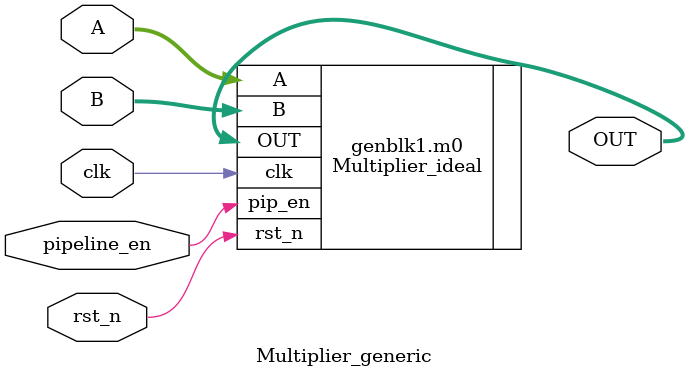
<source format=v>
module Multiplier_generic #(
    parameter   WIDTH_A     = 16,
    parameter   WIDTH_B     = 16,
    parameter   MM_APPROX   = 1,
    parameter   M_APPROX    = 1,
    parameter   MUL_TYPE    = 0,
    parameter   WIDTH_MUL   = WIDTH_A + WIDTH_B,
    parameter   SIGNED      = 0,
    parameter   STAGE       = 0
)(
    input   wire                    clk,
    input   wire                    rst_n,

    input   wire                    pipeline_en,
    input   wire    [WIDTH_A-1:0]   A,
    input   wire    [WIDTH_B-1:0]   B,

    output  wire    [WIDTH_MUL-1:0] OUT
);

    generate
        if(MUL_TYPE == 0) begin
            Multiplier_ideal #(
                .SIGNED(SIGNED),
                .WIDTH_A(WIDTH_A),
                .WIDTH_B(WIDTH_B),
                .WIDTH_MUL(WIDTH_MUL),
                .STAGE(STAGE)
            ) m0 (
                .clk(clk),
                .rst_n(rst_n),
                .pip_en(pipeline_en),
                .A(A),
                .B(B),
                .OUT(OUT)
            );
        end
        else if(MUL_TYPE == 1) begin
            Multiplier_bam #(
                .WIDTH_A(WIDTH_A),
                .WIDTH_B(WIDTH_B),
                .WIDTH_OUT(WIDTH_MUL),
                .SIGNED(SIGNED),
                .VBL(M_APPROX),
                .HBL(MM_APPROX),
                .STAGE(STAGE)
            ) m1 (
                .clk(clk),
                .rst_n(rst_n),
                .pip_en(pipeline_en),
                .A(A),
                .B(B),
                .OUT(OUT)
            );
        end
        else if(MUL_TYPE == 2) begin        //Error
            Multiplier_booth #(
                .APPROX_TYPE(0),
                .APPROX_W(M_APPROX),
                .WIDTH_A(WIDTH_A),
                .WIDTH_B(WIDTH_B),
                .WIDTH_MUL(WIDTH_MUL),
                .SIGNED(SIGNED),
                .STAGE(STAGE)
            ) m2 (
                .clk(clk),
                .rst_n(rst_n),
                .pip_en(pipeline_en),
                .A(A),
                .B(B),
                .OUT(OUT)
            );
        end
        else if(MUL_TYPE == 3) begin
            Multiplier_booth #(
                .APPROX_TYPE(1),
                .APPROX_W(M_APPROX),
                .WIDTH_A(WIDTH_A),
                .WIDTH_B(WIDTH_B),
                .WIDTH_MUL(WIDTH_MUL),
                .SIGNED(SIGNED),
                .STAGE(STAGE)
            ) m2 (
                .clk(clk),
                .rst_n(rst_n),
                .pip_en(pipeline_en),
                .A(A),
                .B(B),
                .OUT(OUT)
            );
        end
        else if(MUL_TYPE == 4) begin
            Multiplier_booth #(
                .APPROX_TYPE(2),
                .APPROX_W(M_APPROX),
                .WIDTH_A(WIDTH_A),
                .WIDTH_B(WIDTH_B),
                .WIDTH_MUL(WIDTH_MUL),
                .SIGNED(SIGNED),
                .STAGE(STAGE)
            ) m2 (
                .clk(clk),
                .rst_n(rst_n),
                .pip_en(pipeline_en),
                .A(A),
                .B(B),
                .OUT(OUT)
            );
        end
        else if(MUL_TYPE == 5) begin    //Error
            Multiplier_log #(
                .APPROX_TYPE(0),
                .APPROX_W(M_APPROX),
                .WIDTH_A(WIDTH_A),
                .WIDTH_B(WIDTH_B),
                .WIDTH_MUL(WIDTH_MUL),
                .SIGNED(SIGNED),
                .STAGE(STAGE)
            ) m3 (
                .clk(clk),
                .rst_n(rst_n),
                .pip_en(pipeline_en),
                .A(A),
                .B(B),
                .OUT(OUT)
            );
        end
        else if(MUL_TYPE == 6) begin
            Multiplier_log #(
                .APPROX_TYPE(1),
                .APPROX_W(M_APPROX),
                .WIDTH_A(WIDTH_A),
                .WIDTH_B(WIDTH_B),
                .WIDTH_MUL(WIDTH_MUL),
                .SIGNED(SIGNED),
                .STAGE(STAGE)
            ) m3 (
                .clk(clk),
                .rst_n(rst_n),
                .pip_en(pipeline_en),
                .A(A),
                .B(B),
                .OUT(OUT)
            );
        end
        else if(MUL_TYPE == 7) begin    //Result = Result + 1
            Multiplier_wallace #(
                .APPROX_TYPE(0),
                .APPROX_W(M_APPROX),
                .WIDTH_A(WIDTH_A),
                .WIDTH_B(WIDTH_B),
                .WIDTH_MUL(WIDTH_MUL),
                .SIGNED(SIGNED),
                .STAGE(STAGE)
            ) m3 (
                .clk(clk),
                .rst_n(rst_n),
                .pip_en(pipeline_en),
                .A(A),
                .B(B),
                .OUT(OUT)
            );
        end
        else if(MUL_TYPE == 8) begin
            Multiplier_wallace #(
                .APPROX_TYPE(1),
                .APPROX_W(M_APPROX),
                .WIDTH_A(WIDTH_A),
                .WIDTH_B(WIDTH_B),
                .WIDTH_MUL(WIDTH_MUL),
                .SIGNED(SIGNED),
                .STAGE(STAGE)
            ) m3 (
                .clk(clk),
                .rst_n(rst_n),
                .pip_en(pipeline_en),
                .A(A),
                .B(B),
                .OUT(OUT)
            );
        end
        else if(MUL_TYPE == 9) begin
            Multiplier_wallace #(
                .APPROX_TYPE(2),
                .APPROX_W(M_APPROX),
                .WIDTH_A(WIDTH_A),
                .WIDTH_B(WIDTH_B),
                .WIDTH_MUL(WIDTH_MUL),
                .SIGNED(SIGNED),
                .STAGE(STAGE)
            ) m3 (
                .clk(clk),
                .rst_n(rst_n),
                .pip_en(pipeline_en),
                .A(A),
                .B(B),
                .OUT(OUT)
            );
        end
    endgenerate

endmodule

</source>
